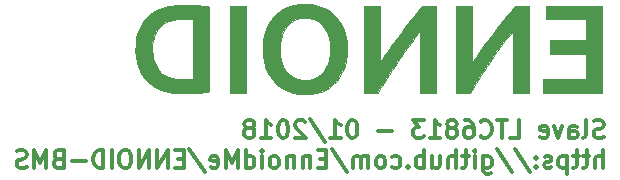
<source format=gbr>
G04 #@! TF.GenerationSoftware,KiCad,Pcbnew,6.0.0-rc1-unknown-5edf350~66~ubuntu18.10.1*
G04 #@! TF.CreationDate,2019-02-07T09:42:41-05:00
G04 #@! TF.ProjectId,BMS-Slave,424d532d-536c-4617-9665-2e6b69636164,V0.2*
G04 #@! TF.SameCoordinates,Original*
G04 #@! TF.FileFunction,Legend,Bot*
G04 #@! TF.FilePolarity,Positive*
%FSLAX46Y46*%
G04 Gerber Fmt 4.6, Leading zero omitted, Abs format (unit mm)*
G04 Created by KiCad (PCBNEW 6.0.0-rc1-unknown-5edf350~66~ubuntu18.10.1) date 2019-02-07 09:42:41*
%MOMM*%
%LPD*%
G04 APERTURE LIST*
%ADD10C,0.300000*%
%ADD11C,0.010000*%
G04 APERTURE END LIST*
D10*
X87719285Y-47332142D02*
X87505000Y-47403571D01*
X87147857Y-47403571D01*
X87005000Y-47332142D01*
X86933571Y-47260714D01*
X86862142Y-47117857D01*
X86862142Y-46975000D01*
X86933571Y-46832142D01*
X87005000Y-46760714D01*
X87147857Y-46689285D01*
X87433571Y-46617857D01*
X87576428Y-46546428D01*
X87647857Y-46475000D01*
X87719285Y-46332142D01*
X87719285Y-46189285D01*
X87647857Y-46046428D01*
X87576428Y-45975000D01*
X87433571Y-45903571D01*
X87076428Y-45903571D01*
X86862142Y-45975000D01*
X86005000Y-47403571D02*
X86147857Y-47332142D01*
X86219285Y-47189285D01*
X86219285Y-45903571D01*
X84790714Y-47403571D02*
X84790714Y-46617857D01*
X84862142Y-46475000D01*
X85005000Y-46403571D01*
X85290714Y-46403571D01*
X85433571Y-46475000D01*
X84790714Y-47332142D02*
X84933571Y-47403571D01*
X85290714Y-47403571D01*
X85433571Y-47332142D01*
X85505000Y-47189285D01*
X85505000Y-47046428D01*
X85433571Y-46903571D01*
X85290714Y-46832142D01*
X84933571Y-46832142D01*
X84790714Y-46760714D01*
X84219285Y-46403571D02*
X83862142Y-47403571D01*
X83505000Y-46403571D01*
X82362142Y-47332142D02*
X82505000Y-47403571D01*
X82790714Y-47403571D01*
X82933571Y-47332142D01*
X83005000Y-47189285D01*
X83005000Y-46617857D01*
X82933571Y-46475000D01*
X82790714Y-46403571D01*
X82505000Y-46403571D01*
X82362142Y-46475000D01*
X82290714Y-46617857D01*
X82290714Y-46760714D01*
X83005000Y-46903571D01*
X79790714Y-47403571D02*
X80505000Y-47403571D01*
X80505000Y-45903571D01*
X79505000Y-45903571D02*
X78647857Y-45903571D01*
X79076428Y-47403571D02*
X79076428Y-45903571D01*
X77290714Y-47260714D02*
X77362142Y-47332142D01*
X77576428Y-47403571D01*
X77719285Y-47403571D01*
X77933571Y-47332142D01*
X78076428Y-47189285D01*
X78147857Y-47046428D01*
X78219285Y-46760714D01*
X78219285Y-46546428D01*
X78147857Y-46260714D01*
X78076428Y-46117857D01*
X77933571Y-45975000D01*
X77719285Y-45903571D01*
X77576428Y-45903571D01*
X77362142Y-45975000D01*
X77290714Y-46046428D01*
X76005000Y-45903571D02*
X76290714Y-45903571D01*
X76433571Y-45975000D01*
X76505000Y-46046428D01*
X76647857Y-46260714D01*
X76719285Y-46546428D01*
X76719285Y-47117857D01*
X76647857Y-47260714D01*
X76576428Y-47332142D01*
X76433571Y-47403571D01*
X76147857Y-47403571D01*
X76005000Y-47332142D01*
X75933571Y-47260714D01*
X75862142Y-47117857D01*
X75862142Y-46760714D01*
X75933571Y-46617857D01*
X76005000Y-46546428D01*
X76147857Y-46475000D01*
X76433571Y-46475000D01*
X76576428Y-46546428D01*
X76647857Y-46617857D01*
X76719285Y-46760714D01*
X75005000Y-46546428D02*
X75147857Y-46475000D01*
X75219285Y-46403571D01*
X75290714Y-46260714D01*
X75290714Y-46189285D01*
X75219285Y-46046428D01*
X75147857Y-45975000D01*
X75005000Y-45903571D01*
X74719285Y-45903571D01*
X74576428Y-45975000D01*
X74505000Y-46046428D01*
X74433571Y-46189285D01*
X74433571Y-46260714D01*
X74505000Y-46403571D01*
X74576428Y-46475000D01*
X74719285Y-46546428D01*
X75005000Y-46546428D01*
X75147857Y-46617857D01*
X75219285Y-46689285D01*
X75290714Y-46832142D01*
X75290714Y-47117857D01*
X75219285Y-47260714D01*
X75147857Y-47332142D01*
X75005000Y-47403571D01*
X74719285Y-47403571D01*
X74576428Y-47332142D01*
X74505000Y-47260714D01*
X74433571Y-47117857D01*
X74433571Y-46832142D01*
X74505000Y-46689285D01*
X74576428Y-46617857D01*
X74719285Y-46546428D01*
X73005000Y-47403571D02*
X73862142Y-47403571D01*
X73433571Y-47403571D02*
X73433571Y-45903571D01*
X73576428Y-46117857D01*
X73719285Y-46260714D01*
X73862142Y-46332142D01*
X72505000Y-45903571D02*
X71576428Y-45903571D01*
X72076428Y-46475000D01*
X71862142Y-46475000D01*
X71719285Y-46546428D01*
X71647857Y-46617857D01*
X71576428Y-46760714D01*
X71576428Y-47117857D01*
X71647857Y-47260714D01*
X71719285Y-47332142D01*
X71862142Y-47403571D01*
X72290714Y-47403571D01*
X72433571Y-47332142D01*
X72505000Y-47260714D01*
X69790714Y-46832142D02*
X68647857Y-46832142D01*
X66505000Y-45903571D02*
X66362142Y-45903571D01*
X66219285Y-45975000D01*
X66147857Y-46046428D01*
X66076428Y-46189285D01*
X66005000Y-46475000D01*
X66005000Y-46832142D01*
X66076428Y-47117857D01*
X66147857Y-47260714D01*
X66219285Y-47332142D01*
X66362142Y-47403571D01*
X66505000Y-47403571D01*
X66647857Y-47332142D01*
X66719285Y-47260714D01*
X66790714Y-47117857D01*
X66862142Y-46832142D01*
X66862142Y-46475000D01*
X66790714Y-46189285D01*
X66719285Y-46046428D01*
X66647857Y-45975000D01*
X66505000Y-45903571D01*
X64576428Y-47403571D02*
X65433571Y-47403571D01*
X65005000Y-47403571D02*
X65005000Y-45903571D01*
X65147857Y-46117857D01*
X65290714Y-46260714D01*
X65433571Y-46332142D01*
X62862142Y-45832142D02*
X64147857Y-47760714D01*
X62433571Y-46046428D02*
X62362142Y-45975000D01*
X62219285Y-45903571D01*
X61862142Y-45903571D01*
X61719285Y-45975000D01*
X61647857Y-46046428D01*
X61576428Y-46189285D01*
X61576428Y-46332142D01*
X61647857Y-46546428D01*
X62505000Y-47403571D01*
X61576428Y-47403571D01*
X60647857Y-45903571D02*
X60505000Y-45903571D01*
X60362142Y-45975000D01*
X60290714Y-46046428D01*
X60219285Y-46189285D01*
X60147857Y-46475000D01*
X60147857Y-46832142D01*
X60219285Y-47117857D01*
X60290714Y-47260714D01*
X60362142Y-47332142D01*
X60505000Y-47403571D01*
X60647857Y-47403571D01*
X60790714Y-47332142D01*
X60862142Y-47260714D01*
X60933571Y-47117857D01*
X61005000Y-46832142D01*
X61005000Y-46475000D01*
X60933571Y-46189285D01*
X60862142Y-46046428D01*
X60790714Y-45975000D01*
X60647857Y-45903571D01*
X58719285Y-47403571D02*
X59576428Y-47403571D01*
X59147857Y-47403571D02*
X59147857Y-45903571D01*
X59290714Y-46117857D01*
X59433571Y-46260714D01*
X59576428Y-46332142D01*
X57862142Y-46546428D02*
X58005000Y-46475000D01*
X58076428Y-46403571D01*
X58147857Y-46260714D01*
X58147857Y-46189285D01*
X58076428Y-46046428D01*
X58005000Y-45975000D01*
X57862142Y-45903571D01*
X57576428Y-45903571D01*
X57433571Y-45975000D01*
X57362142Y-46046428D01*
X57290714Y-46189285D01*
X57290714Y-46260714D01*
X57362142Y-46403571D01*
X57433571Y-46475000D01*
X57576428Y-46546428D01*
X57862142Y-46546428D01*
X58005000Y-46617857D01*
X58076428Y-46689285D01*
X58147857Y-46832142D01*
X58147857Y-47117857D01*
X58076428Y-47260714D01*
X58005000Y-47332142D01*
X57862142Y-47403571D01*
X57576428Y-47403571D01*
X57433571Y-47332142D01*
X57362142Y-47260714D01*
X57290714Y-47117857D01*
X57290714Y-46832142D01*
X57362142Y-46689285D01*
X57433571Y-46617857D01*
X57576428Y-46546428D01*
X87647857Y-49953571D02*
X87647857Y-48453571D01*
X87005000Y-49953571D02*
X87005000Y-49167857D01*
X87076428Y-49025000D01*
X87219285Y-48953571D01*
X87433571Y-48953571D01*
X87576428Y-49025000D01*
X87647857Y-49096428D01*
X86505000Y-48953571D02*
X85933571Y-48953571D01*
X86290714Y-48453571D02*
X86290714Y-49739285D01*
X86219285Y-49882142D01*
X86076428Y-49953571D01*
X85933571Y-49953571D01*
X85647857Y-48953571D02*
X85076428Y-48953571D01*
X85433571Y-48453571D02*
X85433571Y-49739285D01*
X85362142Y-49882142D01*
X85219285Y-49953571D01*
X85076428Y-49953571D01*
X84576428Y-48953571D02*
X84576428Y-50453571D01*
X84576428Y-49025000D02*
X84433571Y-48953571D01*
X84147857Y-48953571D01*
X84005000Y-49025000D01*
X83933571Y-49096428D01*
X83862142Y-49239285D01*
X83862142Y-49667857D01*
X83933571Y-49810714D01*
X84005000Y-49882142D01*
X84147857Y-49953571D01*
X84433571Y-49953571D01*
X84576428Y-49882142D01*
X83290714Y-49882142D02*
X83147857Y-49953571D01*
X82862142Y-49953571D01*
X82719285Y-49882142D01*
X82647857Y-49739285D01*
X82647857Y-49667857D01*
X82719285Y-49525000D01*
X82862142Y-49453571D01*
X83076428Y-49453571D01*
X83219285Y-49382142D01*
X83290714Y-49239285D01*
X83290714Y-49167857D01*
X83219285Y-49025000D01*
X83076428Y-48953571D01*
X82862142Y-48953571D01*
X82719285Y-49025000D01*
X82005000Y-49810714D02*
X81933571Y-49882142D01*
X82005000Y-49953571D01*
X82076428Y-49882142D01*
X82005000Y-49810714D01*
X82005000Y-49953571D01*
X82005000Y-49025000D02*
X81933571Y-49096428D01*
X82005000Y-49167857D01*
X82076428Y-49096428D01*
X82005000Y-49025000D01*
X82005000Y-49167857D01*
X80219285Y-48382142D02*
X81505000Y-50310714D01*
X78647857Y-48382142D02*
X79933571Y-50310714D01*
X77504999Y-48953571D02*
X77504999Y-50167857D01*
X77576428Y-50310714D01*
X77647857Y-50382142D01*
X77790714Y-50453571D01*
X78004999Y-50453571D01*
X78147857Y-50382142D01*
X77504999Y-49882142D02*
X77647857Y-49953571D01*
X77933571Y-49953571D01*
X78076428Y-49882142D01*
X78147857Y-49810714D01*
X78219285Y-49667857D01*
X78219285Y-49239285D01*
X78147857Y-49096428D01*
X78076428Y-49025000D01*
X77933571Y-48953571D01*
X77647857Y-48953571D01*
X77504999Y-49025000D01*
X76790714Y-49953571D02*
X76790714Y-48953571D01*
X76790714Y-48453571D02*
X76862142Y-48525000D01*
X76790714Y-48596428D01*
X76719285Y-48525000D01*
X76790714Y-48453571D01*
X76790714Y-48596428D01*
X76290714Y-48953571D02*
X75719285Y-48953571D01*
X76076428Y-48453571D02*
X76076428Y-49739285D01*
X76004999Y-49882142D01*
X75862142Y-49953571D01*
X75719285Y-49953571D01*
X75219285Y-49953571D02*
X75219285Y-48453571D01*
X74576428Y-49953571D02*
X74576428Y-49167857D01*
X74647857Y-49025000D01*
X74790714Y-48953571D01*
X75004999Y-48953571D01*
X75147857Y-49025000D01*
X75219285Y-49096428D01*
X73219285Y-48953571D02*
X73219285Y-49953571D01*
X73862142Y-48953571D02*
X73862142Y-49739285D01*
X73790714Y-49882142D01*
X73647857Y-49953571D01*
X73433571Y-49953571D01*
X73290714Y-49882142D01*
X73219285Y-49810714D01*
X72504999Y-49953571D02*
X72504999Y-48453571D01*
X72504999Y-49025000D02*
X72362142Y-48953571D01*
X72076428Y-48953571D01*
X71933571Y-49025000D01*
X71862142Y-49096428D01*
X71790714Y-49239285D01*
X71790714Y-49667857D01*
X71862142Y-49810714D01*
X71933571Y-49882142D01*
X72076428Y-49953571D01*
X72362142Y-49953571D01*
X72504999Y-49882142D01*
X71147857Y-49810714D02*
X71076428Y-49882142D01*
X71147857Y-49953571D01*
X71219285Y-49882142D01*
X71147857Y-49810714D01*
X71147857Y-49953571D01*
X69790714Y-49882142D02*
X69933571Y-49953571D01*
X70219285Y-49953571D01*
X70362142Y-49882142D01*
X70433571Y-49810714D01*
X70504999Y-49667857D01*
X70504999Y-49239285D01*
X70433571Y-49096428D01*
X70362142Y-49025000D01*
X70219285Y-48953571D01*
X69933571Y-48953571D01*
X69790714Y-49025000D01*
X68933571Y-49953571D02*
X69076428Y-49882142D01*
X69147857Y-49810714D01*
X69219285Y-49667857D01*
X69219285Y-49239285D01*
X69147857Y-49096428D01*
X69076428Y-49025000D01*
X68933571Y-48953571D01*
X68719285Y-48953571D01*
X68576428Y-49025000D01*
X68504999Y-49096428D01*
X68433571Y-49239285D01*
X68433571Y-49667857D01*
X68504999Y-49810714D01*
X68576428Y-49882142D01*
X68719285Y-49953571D01*
X68933571Y-49953571D01*
X67790714Y-49953571D02*
X67790714Y-48953571D01*
X67790714Y-49096428D02*
X67719285Y-49025000D01*
X67576428Y-48953571D01*
X67362142Y-48953571D01*
X67219285Y-49025000D01*
X67147857Y-49167857D01*
X67147857Y-49953571D01*
X67147857Y-49167857D02*
X67076428Y-49025000D01*
X66933571Y-48953571D01*
X66719285Y-48953571D01*
X66576428Y-49025000D01*
X66504999Y-49167857D01*
X66504999Y-49953571D01*
X64719285Y-48382142D02*
X66004999Y-50310714D01*
X64219285Y-49167857D02*
X63719285Y-49167857D01*
X63504999Y-49953571D02*
X64219285Y-49953571D01*
X64219285Y-48453571D01*
X63504999Y-48453571D01*
X62862142Y-48953571D02*
X62862142Y-49953571D01*
X62862142Y-49096428D02*
X62790714Y-49025000D01*
X62647857Y-48953571D01*
X62433571Y-48953571D01*
X62290714Y-49025000D01*
X62219285Y-49167857D01*
X62219285Y-49953571D01*
X61504999Y-48953571D02*
X61504999Y-49953571D01*
X61504999Y-49096428D02*
X61433571Y-49025000D01*
X61290714Y-48953571D01*
X61076428Y-48953571D01*
X60933571Y-49025000D01*
X60862142Y-49167857D01*
X60862142Y-49953571D01*
X59933571Y-49953571D02*
X60076428Y-49882142D01*
X60147857Y-49810714D01*
X60219285Y-49667857D01*
X60219285Y-49239285D01*
X60147857Y-49096428D01*
X60076428Y-49025000D01*
X59933571Y-48953571D01*
X59719285Y-48953571D01*
X59576428Y-49025000D01*
X59504999Y-49096428D01*
X59433571Y-49239285D01*
X59433571Y-49667857D01*
X59504999Y-49810714D01*
X59576428Y-49882142D01*
X59719285Y-49953571D01*
X59933571Y-49953571D01*
X58790714Y-49953571D02*
X58790714Y-48953571D01*
X58790714Y-48453571D02*
X58862142Y-48525000D01*
X58790714Y-48596428D01*
X58719285Y-48525000D01*
X58790714Y-48453571D01*
X58790714Y-48596428D01*
X57433571Y-49953571D02*
X57433571Y-48453571D01*
X57433571Y-49882142D02*
X57576428Y-49953571D01*
X57862142Y-49953571D01*
X58004999Y-49882142D01*
X58076428Y-49810714D01*
X58147857Y-49667857D01*
X58147857Y-49239285D01*
X58076428Y-49096428D01*
X58004999Y-49025000D01*
X57862142Y-48953571D01*
X57576428Y-48953571D01*
X57433571Y-49025000D01*
X56719285Y-49953571D02*
X56719285Y-48453571D01*
X56219285Y-49525000D01*
X55719285Y-48453571D01*
X55719285Y-49953571D01*
X54433571Y-49882142D02*
X54576428Y-49953571D01*
X54862142Y-49953571D01*
X55004999Y-49882142D01*
X55076428Y-49739285D01*
X55076428Y-49167857D01*
X55004999Y-49025000D01*
X54862142Y-48953571D01*
X54576428Y-48953571D01*
X54433571Y-49025000D01*
X54362142Y-49167857D01*
X54362142Y-49310714D01*
X55076428Y-49453571D01*
X52647857Y-48382142D02*
X53933571Y-50310714D01*
X52147857Y-49167857D02*
X51647857Y-49167857D01*
X51433571Y-49953571D02*
X52147857Y-49953571D01*
X52147857Y-48453571D01*
X51433571Y-48453571D01*
X50790714Y-49953571D02*
X50790714Y-48453571D01*
X49933571Y-49953571D01*
X49933571Y-48453571D01*
X49219285Y-49953571D02*
X49219285Y-48453571D01*
X48362142Y-49953571D01*
X48362142Y-48453571D01*
X47362142Y-48453571D02*
X47076428Y-48453571D01*
X46933571Y-48525000D01*
X46790714Y-48667857D01*
X46719285Y-48953571D01*
X46719285Y-49453571D01*
X46790714Y-49739285D01*
X46933571Y-49882142D01*
X47076428Y-49953571D01*
X47362142Y-49953571D01*
X47504999Y-49882142D01*
X47647857Y-49739285D01*
X47719285Y-49453571D01*
X47719285Y-48953571D01*
X47647857Y-48667857D01*
X47504999Y-48525000D01*
X47362142Y-48453571D01*
X46076428Y-49953571D02*
X46076428Y-48453571D01*
X45362142Y-49953571D02*
X45362142Y-48453571D01*
X45004999Y-48453571D01*
X44790714Y-48525000D01*
X44647857Y-48667857D01*
X44576428Y-48810714D01*
X44504999Y-49096428D01*
X44504999Y-49310714D01*
X44576428Y-49596428D01*
X44647857Y-49739285D01*
X44790714Y-49882142D01*
X45004999Y-49953571D01*
X45362142Y-49953571D01*
X43862142Y-49382142D02*
X42719285Y-49382142D01*
X41504999Y-49167857D02*
X41290714Y-49239285D01*
X41219285Y-49310714D01*
X41147857Y-49453571D01*
X41147857Y-49667857D01*
X41219285Y-49810714D01*
X41290714Y-49882142D01*
X41433571Y-49953571D01*
X42004999Y-49953571D01*
X42004999Y-48453571D01*
X41504999Y-48453571D01*
X41362142Y-48525000D01*
X41290714Y-48596428D01*
X41219285Y-48739285D01*
X41219285Y-48882142D01*
X41290714Y-49025000D01*
X41362142Y-49096428D01*
X41504999Y-49167857D01*
X42004999Y-49167857D01*
X40504999Y-49953571D02*
X40504999Y-48453571D01*
X40004999Y-49525000D01*
X39504999Y-48453571D01*
X39504999Y-49953571D01*
X38862142Y-49882142D02*
X38647857Y-49953571D01*
X38290714Y-49953571D01*
X38147857Y-49882142D01*
X38076428Y-49810714D01*
X38004999Y-49667857D01*
X38004999Y-49525000D01*
X38076428Y-49382142D01*
X38147857Y-49310714D01*
X38290714Y-49239285D01*
X38576428Y-49167857D01*
X38719285Y-49096428D01*
X38790714Y-49025000D01*
X38862142Y-48882142D01*
X38862142Y-48739285D01*
X38790714Y-48596428D01*
X38719285Y-48525000D01*
X38576428Y-48453571D01*
X38219285Y-48453571D01*
X38004999Y-48525000D01*
D11*
G36*
X56064724Y-43560250D02*
G01*
X57412695Y-43560250D01*
X57412695Y-36212487D01*
X56064724Y-36212487D01*
X56064724Y-43560250D01*
X56064724Y-43560250D01*
G37*
X56064724Y-43560250D02*
X57412695Y-43560250D01*
X57412695Y-36212487D01*
X56064724Y-36212487D01*
X56064724Y-43560250D01*
G36*
X72195727Y-36443757D02*
G01*
X71976629Y-36691875D01*
X71743506Y-36967007D01*
X71493749Y-37272411D01*
X71224754Y-37611346D01*
X70933913Y-37987068D01*
X70618620Y-38402837D01*
X70473500Y-38596586D01*
X70348160Y-38765994D01*
X70208227Y-38957727D01*
X70057712Y-39166079D01*
X69900621Y-39385349D01*
X69740966Y-39609831D01*
X69582754Y-39833824D01*
X69429994Y-40051622D01*
X69286696Y-40257523D01*
X69156868Y-40445822D01*
X69044519Y-40610817D01*
X68953659Y-40746804D01*
X68888295Y-40848079D01*
X68870001Y-40877903D01*
X68791155Y-41009678D01*
X68784407Y-38611083D01*
X68777660Y-36212487D01*
X67429968Y-36212487D01*
X67429968Y-43560250D01*
X68580762Y-43560250D01*
X68697420Y-43368627D01*
X68878810Y-43074217D01*
X69084148Y-42747089D01*
X69306714Y-42397579D01*
X69539788Y-42036025D01*
X69776651Y-41672765D01*
X70010581Y-41318136D01*
X70234859Y-40982475D01*
X70442766Y-40676120D01*
X70531571Y-40547139D01*
X70637378Y-40396464D01*
X70765060Y-40218178D01*
X70909342Y-40019359D01*
X71064947Y-39807087D01*
X71226602Y-39588439D01*
X71389030Y-39370495D01*
X71546957Y-39160335D01*
X71695107Y-38965037D01*
X71828205Y-38791679D01*
X71940975Y-38647342D01*
X72026314Y-38541318D01*
X72187513Y-38346007D01*
X72187513Y-43560250D01*
X73535483Y-43560250D01*
X73535483Y-36212487D01*
X72404679Y-36212487D01*
X72195727Y-36443757D01*
X72195727Y-36443757D01*
G37*
X72195727Y-36443757D02*
X71976629Y-36691875D01*
X71743506Y-36967007D01*
X71493749Y-37272411D01*
X71224754Y-37611346D01*
X70933913Y-37987068D01*
X70618620Y-38402837D01*
X70473500Y-38596586D01*
X70348160Y-38765994D01*
X70208227Y-38957727D01*
X70057712Y-39166079D01*
X69900621Y-39385349D01*
X69740966Y-39609831D01*
X69582754Y-39833824D01*
X69429994Y-40051622D01*
X69286696Y-40257523D01*
X69156868Y-40445822D01*
X69044519Y-40610817D01*
X68953659Y-40746804D01*
X68888295Y-40848079D01*
X68870001Y-40877903D01*
X68791155Y-41009678D01*
X68784407Y-38611083D01*
X68777660Y-36212487D01*
X67429968Y-36212487D01*
X67429968Y-43560250D01*
X68580762Y-43560250D01*
X68697420Y-43368627D01*
X68878810Y-43074217D01*
X69084148Y-42747089D01*
X69306714Y-42397579D01*
X69539788Y-42036025D01*
X69776651Y-41672765D01*
X70010581Y-41318136D01*
X70234859Y-40982475D01*
X70442766Y-40676120D01*
X70531571Y-40547139D01*
X70637378Y-40396464D01*
X70765060Y-40218178D01*
X70909342Y-40019359D01*
X71064947Y-39807087D01*
X71226602Y-39588439D01*
X71389030Y-39370495D01*
X71546957Y-39160335D01*
X71695107Y-38965037D01*
X71828205Y-38791679D01*
X71940975Y-38647342D01*
X72026314Y-38541318D01*
X72187513Y-38346007D01*
X72187513Y-43560250D01*
X73535483Y-43560250D01*
X73535483Y-36212487D01*
X72404679Y-36212487D01*
X72195727Y-36443757D01*
G36*
X79925581Y-36562695D02*
G01*
X79639541Y-36896309D01*
X79331926Y-37270216D01*
X79007089Y-37678642D01*
X78669383Y-38115813D01*
X78323160Y-38575956D01*
X77972775Y-39053298D01*
X77622579Y-39542064D01*
X77276926Y-40036482D01*
X76992710Y-40452769D01*
X76601456Y-41032385D01*
X76601456Y-36212487D01*
X75253486Y-36212487D01*
X75253486Y-43560250D01*
X76417742Y-43560250D01*
X76489776Y-43439003D01*
X76562488Y-43318907D01*
X76659678Y-43161833D01*
X76776758Y-42974957D01*
X76909143Y-42765454D01*
X77052244Y-42540501D01*
X77201476Y-42307275D01*
X77352252Y-42072950D01*
X77499984Y-41844704D01*
X77640086Y-41629711D01*
X77767971Y-41435149D01*
X77839601Y-41327196D01*
X78239813Y-40736100D01*
X78636269Y-40168931D01*
X79024551Y-39631797D01*
X79400246Y-39130810D01*
X79757340Y-38674070D01*
X79997814Y-38373633D01*
X80004552Y-40966942D01*
X80011289Y-43560250D01*
X81359001Y-43560250D01*
X81359001Y-36212487D01*
X80233364Y-36212487D01*
X79925581Y-36562695D01*
X79925581Y-36562695D01*
G37*
X79925581Y-36562695D02*
X79639541Y-36896309D01*
X79331926Y-37270216D01*
X79007089Y-37678642D01*
X78669383Y-38115813D01*
X78323160Y-38575956D01*
X77972775Y-39053298D01*
X77622579Y-39542064D01*
X77276926Y-40036482D01*
X76992710Y-40452769D01*
X76601456Y-41032385D01*
X76601456Y-36212487D01*
X75253486Y-36212487D01*
X75253486Y-43560250D01*
X76417742Y-43560250D01*
X76489776Y-43439003D01*
X76562488Y-43318907D01*
X76659678Y-43161833D01*
X76776758Y-42974957D01*
X76909143Y-42765454D01*
X77052244Y-42540501D01*
X77201476Y-42307275D01*
X77352252Y-42072950D01*
X77499984Y-41844704D01*
X77640086Y-41629711D01*
X77767971Y-41435149D01*
X77839601Y-41327196D01*
X78239813Y-40736100D01*
X78636269Y-40168931D01*
X79024551Y-39631797D01*
X79400246Y-39130810D01*
X79757340Y-38674070D01*
X79997814Y-38373633D01*
X80004552Y-40966942D01*
X80011289Y-43560250D01*
X81359001Y-43560250D01*
X81359001Y-36212487D01*
X80233364Y-36212487D01*
X79925581Y-36562695D01*
G36*
X82812695Y-37375443D02*
G01*
X86195837Y-37375443D01*
X86195837Y-39146306D01*
X83182726Y-39146306D01*
X83182726Y-40282831D01*
X86195837Y-40282831D01*
X86195837Y-42397295D01*
X82574817Y-42397295D01*
X82574817Y-43560250D01*
X87570239Y-43560250D01*
X87570239Y-36212487D01*
X82812695Y-36212487D01*
X82812695Y-37375443D01*
X82812695Y-37375443D01*
G37*
X82812695Y-37375443D02*
X86195837Y-37375443D01*
X86195837Y-39146306D01*
X83182726Y-39146306D01*
X83182726Y-40282831D01*
X86195837Y-40282831D01*
X86195837Y-42397295D01*
X82574817Y-42397295D01*
X82574817Y-43560250D01*
X87570239Y-43560250D01*
X87570239Y-36212487D01*
X82812695Y-36212487D01*
X82812695Y-37375443D01*
G36*
X52021357Y-36147397D02*
G01*
X51761424Y-36155122D01*
X51528997Y-36169084D01*
X51332104Y-36189589D01*
X51298794Y-36194337D01*
X50849686Y-36276317D01*
X50444252Y-36381796D01*
X50077796Y-36512944D01*
X49745622Y-36671935D01*
X49443035Y-36860942D01*
X49165337Y-37082137D01*
X48968641Y-37272485D01*
X48721696Y-37566569D01*
X48515450Y-37889892D01*
X48349282Y-38244034D01*
X48222569Y-38630576D01*
X48134689Y-39051098D01*
X48085021Y-39507181D01*
X48084208Y-39519950D01*
X48073317Y-40020754D01*
X48104867Y-40492778D01*
X48178488Y-40935273D01*
X48293808Y-41347488D01*
X48450458Y-41728674D01*
X48648066Y-42078082D01*
X48886261Y-42394961D01*
X49164674Y-42678563D01*
X49482932Y-42928137D01*
X49840666Y-43142934D01*
X49888100Y-43167281D01*
X50206769Y-43311032D01*
X50539764Y-43426856D01*
X50893371Y-43515952D01*
X51273878Y-43579521D01*
X51687574Y-43618765D01*
X52140744Y-43634884D01*
X52337819Y-43635099D01*
X52512989Y-43633380D01*
X52676520Y-43631125D01*
X52818772Y-43628518D01*
X52930103Y-43625742D01*
X53000872Y-43622981D01*
X53011966Y-43622247D01*
X53339298Y-43594359D01*
X53624684Y-43566177D01*
X53865787Y-43537990D01*
X54060267Y-43510090D01*
X54205784Y-43482769D01*
X54274037Y-43465143D01*
X54280610Y-43461089D01*
X54286531Y-43451414D01*
X54291834Y-43433493D01*
X54296553Y-43404699D01*
X54300721Y-43362408D01*
X54304373Y-43303994D01*
X54307542Y-43226832D01*
X54310263Y-43128295D01*
X54312569Y-43005760D01*
X54314495Y-42856600D01*
X54316073Y-42678190D01*
X54317339Y-42467905D01*
X54318326Y-42223119D01*
X54319068Y-41941206D01*
X54319599Y-41619542D01*
X54319953Y-41255500D01*
X54320163Y-40846456D01*
X54320265Y-40389784D01*
X54320291Y-39886369D01*
X54320264Y-39379786D01*
X54320163Y-38923439D01*
X54319951Y-38514704D01*
X54319596Y-38150955D01*
X54319064Y-37829566D01*
X54318321Y-37547914D01*
X54317543Y-37355177D01*
X52945889Y-37355177D01*
X52945889Y-42450156D01*
X52357804Y-42450001D01*
X52093563Y-42447467D01*
X51862074Y-42440213D01*
X51669901Y-42428536D01*
X51523610Y-42412733D01*
X51518516Y-42411976D01*
X51148529Y-42334701D01*
X50815795Y-42220003D01*
X50520257Y-42067819D01*
X50261858Y-41878084D01*
X50040542Y-41650732D01*
X49856254Y-41385700D01*
X49708937Y-41082923D01*
X49598535Y-40742335D01*
X49524992Y-40363873D01*
X49495989Y-40084600D01*
X49490486Y-39793150D01*
X49512202Y-39488597D01*
X49558688Y-39184847D01*
X49627494Y-38895807D01*
X49716169Y-38635386D01*
X49774028Y-38506361D01*
X49938686Y-38228068D01*
X50136867Y-37988172D01*
X50369828Y-37785858D01*
X50638829Y-37620307D01*
X50945129Y-37490702D01*
X51289984Y-37396226D01*
X51553577Y-37350750D01*
X51639417Y-37342591D01*
X51761549Y-37335735D01*
X51910265Y-37330265D01*
X52075858Y-37326266D01*
X52248621Y-37323820D01*
X52418846Y-37323013D01*
X52576827Y-37323927D01*
X52712855Y-37326647D01*
X52817223Y-37331257D01*
X52880224Y-37337840D01*
X52886420Y-37339240D01*
X52945889Y-37355177D01*
X54317543Y-37355177D01*
X54317333Y-37303372D01*
X54316065Y-37093315D01*
X54314485Y-36915119D01*
X54312557Y-36766157D01*
X54310249Y-36643806D01*
X54307525Y-36545439D01*
X54304353Y-36468432D01*
X54300699Y-36410159D01*
X54296527Y-36367995D01*
X54291806Y-36339316D01*
X54286499Y-36321495D01*
X54280574Y-36311908D01*
X54274037Y-36307941D01*
X54127775Y-36273330D01*
X53936773Y-36242197D01*
X53709060Y-36214849D01*
X53452662Y-36191591D01*
X53175606Y-36172731D01*
X52885921Y-36158575D01*
X52591633Y-36149430D01*
X52300769Y-36145601D01*
X52021357Y-36147397D01*
X52021357Y-36147397D01*
G37*
X52021357Y-36147397D02*
X51761424Y-36155122D01*
X51528997Y-36169084D01*
X51332104Y-36189589D01*
X51298794Y-36194337D01*
X50849686Y-36276317D01*
X50444252Y-36381796D01*
X50077796Y-36512944D01*
X49745622Y-36671935D01*
X49443035Y-36860942D01*
X49165337Y-37082137D01*
X48968641Y-37272485D01*
X48721696Y-37566569D01*
X48515450Y-37889892D01*
X48349282Y-38244034D01*
X48222569Y-38630576D01*
X48134689Y-39051098D01*
X48085021Y-39507181D01*
X48084208Y-39519950D01*
X48073317Y-40020754D01*
X48104867Y-40492778D01*
X48178488Y-40935273D01*
X48293808Y-41347488D01*
X48450458Y-41728674D01*
X48648066Y-42078082D01*
X48886261Y-42394961D01*
X49164674Y-42678563D01*
X49482932Y-42928137D01*
X49840666Y-43142934D01*
X49888100Y-43167281D01*
X50206769Y-43311032D01*
X50539764Y-43426856D01*
X50893371Y-43515952D01*
X51273878Y-43579521D01*
X51687574Y-43618765D01*
X52140744Y-43634884D01*
X52337819Y-43635099D01*
X52512989Y-43633380D01*
X52676520Y-43631125D01*
X52818772Y-43628518D01*
X52930103Y-43625742D01*
X53000872Y-43622981D01*
X53011966Y-43622247D01*
X53339298Y-43594359D01*
X53624684Y-43566177D01*
X53865787Y-43537990D01*
X54060267Y-43510090D01*
X54205784Y-43482769D01*
X54274037Y-43465143D01*
X54280610Y-43461089D01*
X54286531Y-43451414D01*
X54291834Y-43433493D01*
X54296553Y-43404699D01*
X54300721Y-43362408D01*
X54304373Y-43303994D01*
X54307542Y-43226832D01*
X54310263Y-43128295D01*
X54312569Y-43005760D01*
X54314495Y-42856600D01*
X54316073Y-42678190D01*
X54317339Y-42467905D01*
X54318326Y-42223119D01*
X54319068Y-41941206D01*
X54319599Y-41619542D01*
X54319953Y-41255500D01*
X54320163Y-40846456D01*
X54320265Y-40389784D01*
X54320291Y-39886369D01*
X54320264Y-39379786D01*
X54320163Y-38923439D01*
X54319951Y-38514704D01*
X54319596Y-38150955D01*
X54319064Y-37829566D01*
X54318321Y-37547914D01*
X54317543Y-37355177D01*
X52945889Y-37355177D01*
X52945889Y-42450156D01*
X52357804Y-42450001D01*
X52093563Y-42447467D01*
X51862074Y-42440213D01*
X51669901Y-42428536D01*
X51523610Y-42412733D01*
X51518516Y-42411976D01*
X51148529Y-42334701D01*
X50815795Y-42220003D01*
X50520257Y-42067819D01*
X50261858Y-41878084D01*
X50040542Y-41650732D01*
X49856254Y-41385700D01*
X49708937Y-41082923D01*
X49598535Y-40742335D01*
X49524992Y-40363873D01*
X49495989Y-40084600D01*
X49490486Y-39793150D01*
X49512202Y-39488597D01*
X49558688Y-39184847D01*
X49627494Y-38895807D01*
X49716169Y-38635386D01*
X49774028Y-38506361D01*
X49938686Y-38228068D01*
X50136867Y-37988172D01*
X50369828Y-37785858D01*
X50638829Y-37620307D01*
X50945129Y-37490702D01*
X51289984Y-37396226D01*
X51553577Y-37350750D01*
X51639417Y-37342591D01*
X51761549Y-37335735D01*
X51910265Y-37330265D01*
X52075858Y-37326266D01*
X52248621Y-37323820D01*
X52418846Y-37323013D01*
X52576827Y-37323927D01*
X52712855Y-37326647D01*
X52817223Y-37331257D01*
X52880224Y-37337840D01*
X52886420Y-37339240D01*
X52945889Y-37355177D01*
X54317543Y-37355177D01*
X54317333Y-37303372D01*
X54316065Y-37093315D01*
X54314485Y-36915119D01*
X54312557Y-36766157D01*
X54310249Y-36643806D01*
X54307525Y-36545439D01*
X54304353Y-36468432D01*
X54300699Y-36410159D01*
X54296527Y-36367995D01*
X54291806Y-36339316D01*
X54286499Y-36321495D01*
X54280574Y-36311908D01*
X54274037Y-36307941D01*
X54127775Y-36273330D01*
X53936773Y-36242197D01*
X53709060Y-36214849D01*
X53452662Y-36191591D01*
X53175606Y-36172731D01*
X52885921Y-36158575D01*
X52591633Y-36149430D01*
X52300769Y-36145601D01*
X52021357Y-36147397D01*
G36*
X62018936Y-36066088D02*
G01*
X61800145Y-36087429D01*
X61587832Y-36123842D01*
X61366853Y-36177025D01*
X61271876Y-36203596D01*
X60894970Y-36339536D01*
X60541507Y-36521450D01*
X60214083Y-36746735D01*
X59915295Y-37012788D01*
X59647738Y-37317005D01*
X59414011Y-37656783D01*
X59216708Y-38029518D01*
X59063235Y-38418145D01*
X58961518Y-38789055D01*
X58892149Y-39189618D01*
X58855064Y-39608717D01*
X58850197Y-40035236D01*
X58877484Y-40458059D01*
X58936860Y-40866067D01*
X59028261Y-41248145D01*
X59080685Y-41411119D01*
X59250301Y-41823264D01*
X59455813Y-42196879D01*
X59696623Y-42531433D01*
X59972130Y-42826389D01*
X60281735Y-43081216D01*
X60624839Y-43295378D01*
X61000842Y-43468342D01*
X61409146Y-43599574D01*
X61583502Y-43640715D01*
X61725487Y-43664006D01*
X61905437Y-43683152D01*
X62109296Y-43697622D01*
X62323006Y-43706883D01*
X62532510Y-43710405D01*
X62723752Y-43707655D01*
X62882676Y-43698103D01*
X62936732Y-43691889D01*
X63379745Y-43607415D01*
X63789832Y-43481655D01*
X64166894Y-43314682D01*
X64510830Y-43106566D01*
X64821542Y-42857378D01*
X65098930Y-42567188D01*
X65342895Y-42236067D01*
X65553337Y-41864086D01*
X65577838Y-41813549D01*
X65701964Y-41531468D01*
X65798917Y-41259188D01*
X65871462Y-40984295D01*
X65922365Y-40694376D01*
X65954392Y-40377016D01*
X65969406Y-40056087D01*
X65969417Y-40045027D01*
X64569006Y-40045027D01*
X64535881Y-40416901D01*
X64468228Y-40776741D01*
X64366774Y-41117409D01*
X64232249Y-41431767D01*
X64065380Y-41712674D01*
X64015019Y-41781669D01*
X63864719Y-41946764D01*
X63675919Y-42104761D01*
X63462925Y-42246086D01*
X63240042Y-42361166D01*
X63037358Y-42435976D01*
X62749018Y-42495780D01*
X62441992Y-42517234D01*
X62134227Y-42500095D01*
X61872053Y-42451632D01*
X61573565Y-42348581D01*
X61298417Y-42199276D01*
X61049775Y-42006325D01*
X60830804Y-41772334D01*
X60644672Y-41499912D01*
X60586308Y-41392924D01*
X60462834Y-41102182D01*
X60369922Y-40777876D01*
X60307716Y-40429681D01*
X60276362Y-40067268D01*
X60276007Y-39700311D01*
X60306796Y-39338481D01*
X60368874Y-38991451D01*
X60462388Y-38668894D01*
X60542293Y-38472173D01*
X60708795Y-38168156D01*
X60907613Y-37904808D01*
X61136669Y-37683490D01*
X61393883Y-37505562D01*
X61677176Y-37372383D01*
X61984467Y-37285314D01*
X62313679Y-37245714D01*
X62421332Y-37243289D01*
X62756692Y-37267806D01*
X63071276Y-37340154D01*
X63362493Y-37458531D01*
X63627751Y-37621131D01*
X63864458Y-37826150D01*
X64070023Y-38071785D01*
X64241854Y-38356232D01*
X64341653Y-38579982D01*
X64453925Y-38928598D01*
X64528756Y-39293737D01*
X64566874Y-39668260D01*
X64569006Y-40045027D01*
X65969417Y-40045027D01*
X65969828Y-39640284D01*
X65946379Y-39263097D01*
X65897189Y-38915072D01*
X65820384Y-38586759D01*
X65714094Y-38268706D01*
X65576446Y-37951460D01*
X65536562Y-37870466D01*
X65342090Y-37538231D01*
X65106433Y-37227574D01*
X64836319Y-36945053D01*
X64538475Y-36697224D01*
X64219627Y-36490646D01*
X64013501Y-36385775D01*
X63765036Y-36280100D01*
X63531962Y-36199079D01*
X63300283Y-36139644D01*
X63056005Y-36098725D01*
X62785133Y-36073252D01*
X62536532Y-36061832D01*
X62259351Y-36058121D01*
X62018936Y-36066088D01*
X62018936Y-36066088D01*
G37*
X62018936Y-36066088D02*
X61800145Y-36087429D01*
X61587832Y-36123842D01*
X61366853Y-36177025D01*
X61271876Y-36203596D01*
X60894970Y-36339536D01*
X60541507Y-36521450D01*
X60214083Y-36746735D01*
X59915295Y-37012788D01*
X59647738Y-37317005D01*
X59414011Y-37656783D01*
X59216708Y-38029518D01*
X59063235Y-38418145D01*
X58961518Y-38789055D01*
X58892149Y-39189618D01*
X58855064Y-39608717D01*
X58850197Y-40035236D01*
X58877484Y-40458059D01*
X58936860Y-40866067D01*
X59028261Y-41248145D01*
X59080685Y-41411119D01*
X59250301Y-41823264D01*
X59455813Y-42196879D01*
X59696623Y-42531433D01*
X59972130Y-42826389D01*
X60281735Y-43081216D01*
X60624839Y-43295378D01*
X61000842Y-43468342D01*
X61409146Y-43599574D01*
X61583502Y-43640715D01*
X61725487Y-43664006D01*
X61905437Y-43683152D01*
X62109296Y-43697622D01*
X62323006Y-43706883D01*
X62532510Y-43710405D01*
X62723752Y-43707655D01*
X62882676Y-43698103D01*
X62936732Y-43691889D01*
X63379745Y-43607415D01*
X63789832Y-43481655D01*
X64166894Y-43314682D01*
X64510830Y-43106566D01*
X64821542Y-42857378D01*
X65098930Y-42567188D01*
X65342895Y-42236067D01*
X65553337Y-41864086D01*
X65577838Y-41813549D01*
X65701964Y-41531468D01*
X65798917Y-41259188D01*
X65871462Y-40984295D01*
X65922365Y-40694376D01*
X65954392Y-40377016D01*
X65969406Y-40056087D01*
X65969417Y-40045027D01*
X64569006Y-40045027D01*
X64535881Y-40416901D01*
X64468228Y-40776741D01*
X64366774Y-41117409D01*
X64232249Y-41431767D01*
X64065380Y-41712674D01*
X64015019Y-41781669D01*
X63864719Y-41946764D01*
X63675919Y-42104761D01*
X63462925Y-42246086D01*
X63240042Y-42361166D01*
X63037358Y-42435976D01*
X62749018Y-42495780D01*
X62441992Y-42517234D01*
X62134227Y-42500095D01*
X61872053Y-42451632D01*
X61573565Y-42348581D01*
X61298417Y-42199276D01*
X61049775Y-42006325D01*
X60830804Y-41772334D01*
X60644672Y-41499912D01*
X60586308Y-41392924D01*
X60462834Y-41102182D01*
X60369922Y-40777876D01*
X60307716Y-40429681D01*
X60276362Y-40067268D01*
X60276007Y-39700311D01*
X60306796Y-39338481D01*
X60368874Y-38991451D01*
X60462388Y-38668894D01*
X60542293Y-38472173D01*
X60708795Y-38168156D01*
X60907613Y-37904808D01*
X61136669Y-37683490D01*
X61393883Y-37505562D01*
X61677176Y-37372383D01*
X61984467Y-37285314D01*
X62313679Y-37245714D01*
X62421332Y-37243289D01*
X62756692Y-37267806D01*
X63071276Y-37340154D01*
X63362493Y-37458531D01*
X63627751Y-37621131D01*
X63864458Y-37826150D01*
X64070023Y-38071785D01*
X64241854Y-38356232D01*
X64341653Y-38579982D01*
X64453925Y-38928598D01*
X64528756Y-39293737D01*
X64566874Y-39668260D01*
X64569006Y-40045027D01*
X65969417Y-40045027D01*
X65969828Y-39640284D01*
X65946379Y-39263097D01*
X65897189Y-38915072D01*
X65820384Y-38586759D01*
X65714094Y-38268706D01*
X65576446Y-37951460D01*
X65536562Y-37870466D01*
X65342090Y-37538231D01*
X65106433Y-37227574D01*
X64836319Y-36945053D01*
X64538475Y-36697224D01*
X64219627Y-36490646D01*
X64013501Y-36385775D01*
X63765036Y-36280100D01*
X63531962Y-36199079D01*
X63300283Y-36139644D01*
X63056005Y-36098725D01*
X62785133Y-36073252D01*
X62536532Y-36061832D01*
X62259351Y-36058121D01*
X62018936Y-36066088D01*
M02*

</source>
